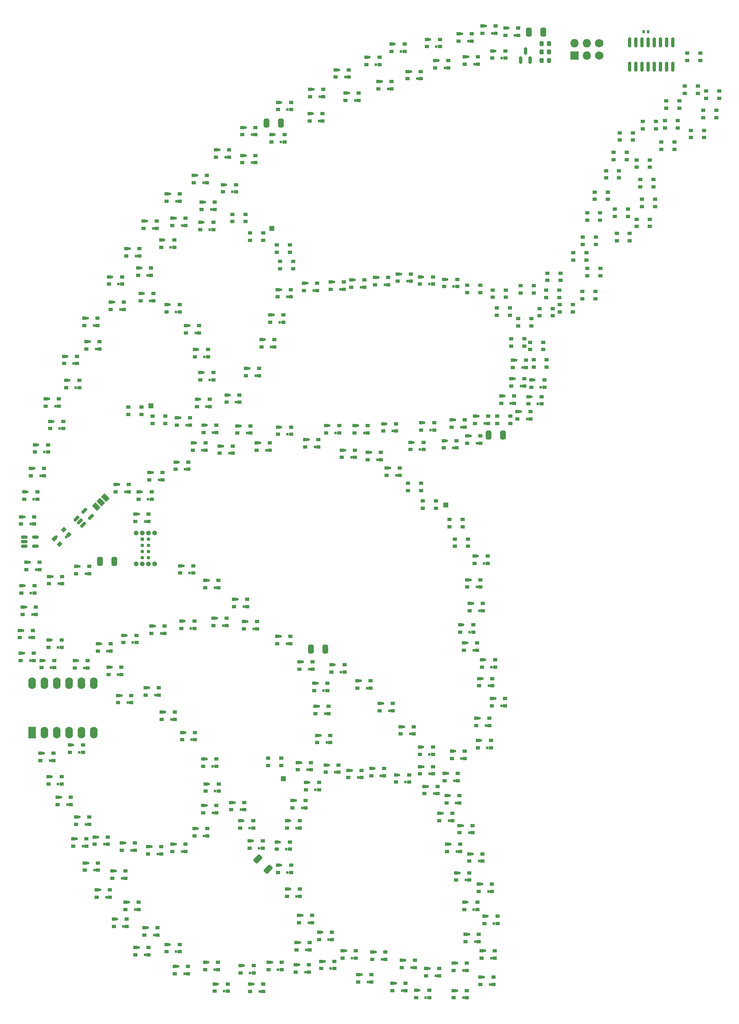
<source format=gbr>
%TF.GenerationSoftware,KiCad,Pcbnew,(6.99.0-3809-g2741d0eb4b)*%
%TF.CreationDate,2022-10-22T00:35:19-04:00*%
%TF.ProjectId,StarboardWing,53746172-626f-4617-9264-57696e672e6b,rev?*%
%TF.SameCoordinates,Original*%
%TF.FileFunction,Soldermask,Top*%
%TF.FilePolarity,Negative*%
%FSLAX46Y46*%
G04 Gerber Fmt 4.6, Leading zero omitted, Abs format (unit mm)*
G04 Created by KiCad (PCBNEW (6.99.0-3809-g2741d0eb4b)) date 2022-10-22 00:35:19*
%MOMM*%
%LPD*%
G01*
G04 APERTURE LIST*
G04 Aperture macros list*
%AMRoundRect*
0 Rectangle with rounded corners*
0 $1 Rounding radius*
0 $2 $3 $4 $5 $6 $7 $8 $9 X,Y pos of 4 corners*
0 Add a 4 corners polygon primitive as box body*
4,1,4,$2,$3,$4,$5,$6,$7,$8,$9,$2,$3,0*
0 Add four circle primitives for the rounded corners*
1,1,$1+$1,$2,$3*
1,1,$1+$1,$4,$5*
1,1,$1+$1,$6,$7*
1,1,$1+$1,$8,$9*
0 Add four rect primitives between the rounded corners*
20,1,$1+$1,$2,$3,$4,$5,0*
20,1,$1+$1,$4,$5,$6,$7,0*
20,1,$1+$1,$6,$7,$8,$9,0*
20,1,$1+$1,$8,$9,$2,$3,0*%
%AMRotRect*
0 Rectangle, with rotation*
0 The origin of the aperture is its center*
0 $1 length*
0 $2 width*
0 $3 Rotation angle, in degrees counterclockwise*
0 Add horizontal line*
21,1,$1,$2,0,0,$3*%
G04 Aperture macros list end*
%ADD10C,0.600000*%
%ADD11R,0.900000X0.750000*%
%ADD12R,1.000000X1.000000*%
%ADD13RoundRect,0.150000X-0.256326X-0.468458X0.468458X0.256326X0.256326X0.468458X-0.468458X-0.256326X0*%
%ADD14RoundRect,0.150000X-0.512500X-0.150000X0.512500X-0.150000X0.512500X0.150000X-0.512500X0.150000X0*%
%ADD15RoundRect,0.250000X0.325000X0.650000X-0.325000X0.650000X-0.325000X-0.650000X0.325000X-0.650000X0*%
%ADD16RotRect,1.000000X1.500000X45.000000*%
%ADD17RotRect,0.900000X0.750000X45.000000*%
%ADD18RoundRect,0.250000X-0.325000X-0.650000X0.325000X-0.650000X0.325000X0.650000X-0.325000X0.650000X0*%
%ADD19RoundRect,0.225000X0.225000X0.250000X-0.225000X0.250000X-0.225000X-0.250000X0.225000X-0.250000X0*%
%ADD20RoundRect,0.150000X0.150000X-0.587500X0.150000X0.587500X-0.150000X0.587500X-0.150000X-0.587500X0*%
%ADD21O,1.000000X1.000000*%
%ADD22R,0.750000X0.750000*%
%ADD23O,0.750000X0.750000*%
%ADD24O,1.727200X1.727200*%
%ADD25R,1.727200X1.727200*%
%ADD26C,1.727200*%
%ADD27RoundRect,0.250000X0.689429X0.229810X0.229810X0.689429X-0.689429X-0.229810X-0.229810X-0.689429X0*%
%ADD28R,1.600000X2.400000*%
%ADD29O,1.600000X2.400000*%
%ADD30RoundRect,0.140000X-0.140000X-0.170000X0.140000X-0.170000X0.140000X0.170000X-0.140000X0.170000X0*%
%ADD31RoundRect,0.150000X-0.150000X0.850000X-0.150000X-0.850000X0.150000X-0.850000X0.150000X0.850000X0*%
G04 APERTURE END LIST*
D10*
%TO.C,D136*%
X204750000Y-83450000D03*
D11*
X205449999Y-83449999D03*
X205449999Y-81949999D03*
X202749999Y-81949999D03*
D10*
X203400000Y-81950000D03*
D11*
X202749999Y-83449999D03*
%TD*%
D10*
%TO.C,D150*%
X181950000Y-75750000D03*
D11*
X182649999Y-75749999D03*
X182649999Y-74249999D03*
X179949999Y-74249999D03*
D10*
X180600000Y-74250000D03*
D11*
X179949999Y-75749999D03*
%TD*%
D10*
%TO.C,D23*%
X184008893Y-165576393D03*
D11*
X184708892Y-165576392D03*
X184708892Y-164076392D03*
X182008892Y-164076392D03*
D10*
X182658893Y-164076393D03*
D11*
X182008892Y-165576392D03*
%TD*%
D10*
%TO.C,D9*%
X188450000Y-129950000D03*
D11*
X189149999Y-129949999D03*
X189149999Y-128449999D03*
X186449999Y-128449999D03*
D10*
X187100000Y-128450000D03*
D11*
X186449999Y-129949999D03*
%TD*%
D10*
%TO.C,D134*%
X216508893Y-120776393D03*
D11*
X217208892Y-120776392D03*
X217208892Y-119276392D03*
X214508892Y-119276392D03*
D10*
X215158893Y-119276393D03*
D11*
X214508892Y-120776392D03*
%TD*%
D10*
%TO.C,D81*%
X225550000Y-175450000D03*
D11*
X226249999Y-175449999D03*
X226249999Y-173949999D03*
X223549999Y-173949999D03*
D10*
X224200000Y-173950000D03*
D11*
X223549999Y-175449999D03*
%TD*%
D10*
%TO.C,D7*%
X176850000Y-133350000D03*
D11*
X177549999Y-133349999D03*
X177549999Y-131849999D03*
X174849999Y-131849999D03*
D10*
X175500000Y-131850000D03*
D11*
X174849999Y-133349999D03*
%TD*%
%TO.C,D193*%
X311299999Y-24299999D03*
X311299999Y-22799999D03*
X308599999Y-22799999D03*
X308599999Y-24299999D03*
%TD*%
D10*
%TO.C,D158*%
X196750000Y-52650000D03*
D11*
X197449999Y-52649999D03*
X197449999Y-51149999D03*
X194749999Y-51149999D03*
D10*
X195400000Y-51150000D03*
D11*
X194749999Y-52649999D03*
%TD*%
%TO.C,D114*%
X261549999Y-104349999D03*
X261549999Y-102849999D03*
X258849999Y-102849999D03*
X258849999Y-104349999D03*
%TD*%
D10*
%TO.C,D36*%
X202608893Y-191776393D03*
D11*
X203308892Y-191776392D03*
X203308892Y-190276392D03*
X200608892Y-190276392D03*
D10*
X201258893Y-190276393D03*
D11*
X200608892Y-191776392D03*
%TD*%
%TO.C,D218*%
X271349999Y-60849999D03*
X271349999Y-59349999D03*
X268649999Y-59349999D03*
X268649999Y-60849999D03*
%TD*%
D10*
%TO.C,D248*%
X271508893Y-78976393D03*
D11*
X272208892Y-78976392D03*
X272208892Y-77476392D03*
X269508892Y-77476392D03*
D10*
X270158893Y-77476393D03*
D11*
X269508892Y-78976392D03*
%TD*%
D12*
%TO.C,J2*%
X258099999Y-99899999D03*
%TD*%
D10*
%TO.C,D55*%
X261750000Y-195650000D03*
D11*
X262449999Y-195649999D03*
X262449999Y-194149999D03*
X259749999Y-194149999D03*
D10*
X260400000Y-194150000D03*
D11*
X259749999Y-195649999D03*
%TD*%
D10*
%TO.C,D141*%
X209550000Y-74150000D03*
D11*
X210249999Y-74149999D03*
X210249999Y-72649999D03*
X207549999Y-72649999D03*
D10*
X208200000Y-72650000D03*
D11*
X207549999Y-74149999D03*
%TD*%
D10*
%TO.C,D222*%
X254750000Y-54450000D03*
D11*
X255449999Y-54449999D03*
X255449999Y-52949999D03*
X252749999Y-52949999D03*
D10*
X253400000Y-52950000D03*
D11*
X252749999Y-54449999D03*
%TD*%
D10*
%TO.C,D146*%
X191150000Y-59650000D03*
D11*
X191849999Y-59649999D03*
X191849999Y-58149999D03*
X189149999Y-58149999D03*
D10*
X189800000Y-58150000D03*
D11*
X189149999Y-59649999D03*
%TD*%
D10*
%TO.C,D186*%
X269650000Y-7950000D03*
D11*
X270349999Y-7949999D03*
X270349999Y-6449999D03*
X267649999Y-6449999D03*
D10*
X268300000Y-6450000D03*
D11*
X267649999Y-7949999D03*
%TD*%
D10*
%TO.C,D164*%
X209850000Y-39050000D03*
D11*
X210549999Y-39049999D03*
X210549999Y-37549999D03*
X207849999Y-37549999D03*
D10*
X208500000Y-37550000D03*
D11*
X207849999Y-39049999D03*
%TD*%
D10*
%TO.C,D64*%
X260408893Y-171176393D03*
D11*
X261108892Y-171176392D03*
X261108892Y-169676392D03*
X258408892Y-169676392D03*
D10*
X259058893Y-169676393D03*
D11*
X258408892Y-171176392D03*
%TD*%
D13*
%TO.C,U4*%
X182123915Y-102632583D03*
X182795666Y-103304334D03*
X183467417Y-103976085D03*
X185076085Y-102367417D03*
X183732583Y-101023915D03*
%TD*%
D11*
%TO.C,D206*%
X300099999Y-42599999D03*
X300099999Y-41099999D03*
X297399999Y-41099999D03*
X297399999Y-42599999D03*
%TD*%
D10*
%TO.C,D15*%
X210150000Y-153650000D03*
D11*
X210849999Y-153649999D03*
X210849999Y-152149999D03*
X208149999Y-152149999D03*
D10*
X208800000Y-152150000D03*
D11*
X208149999Y-153649999D03*
%TD*%
D10*
%TO.C,D31*%
X188250000Y-180550000D03*
D11*
X188949999Y-180549999D03*
X188949999Y-179049999D03*
X186249999Y-179049999D03*
D10*
X186900000Y-179050000D03*
D11*
X186249999Y-180549999D03*
%TD*%
D10*
%TO.C,D167*%
X214208893Y-35476393D03*
D11*
X214908892Y-35476392D03*
X214908892Y-33976392D03*
X212208892Y-33976392D03*
D10*
X212858893Y-33976393D03*
D11*
X212208892Y-35476392D03*
%TD*%
%TO.C,D210*%
X289908892Y-52676392D03*
X289908892Y-51176392D03*
X287208892Y-51176392D03*
X287208892Y-52676392D03*
%TD*%
D10*
%TO.C,D50*%
X249150000Y-199750000D03*
D11*
X249849999Y-199749999D03*
X249849999Y-198249999D03*
X247149999Y-198249999D03*
D10*
X247800000Y-198250000D03*
D11*
X247149999Y-199749999D03*
%TD*%
D10*
%TO.C,D58*%
X264208893Y-189676393D03*
D11*
X264908892Y-189676392D03*
X264908892Y-188176392D03*
X262208892Y-188176392D03*
D10*
X262858893Y-188176393D03*
D11*
X262208892Y-189676392D03*
%TD*%
D10*
%TO.C,D51*%
X251050000Y-195050000D03*
D11*
X251749999Y-195049999D03*
X251749999Y-193549999D03*
X249049999Y-193549999D03*
D10*
X249700000Y-193550000D03*
D11*
X249049999Y-195049999D03*
%TD*%
D10*
%TO.C,D67*%
X260250000Y-161150000D03*
D11*
X260949999Y-161149999D03*
X260949999Y-159649999D03*
X258249999Y-159649999D03*
D10*
X258900000Y-159650000D03*
D11*
X258249999Y-161149999D03*
%TD*%
D10*
%TO.C,D71*%
X249850000Y-156900000D03*
D11*
X250549999Y-156899999D03*
X250549999Y-155399999D03*
X247849999Y-155399999D03*
D10*
X248500000Y-155400000D03*
D11*
X247849999Y-156899999D03*
%TD*%
D14*
%TO.C,U3*%
X171362500Y-106450000D03*
X171362500Y-107400000D03*
X171362500Y-108350000D03*
X173637500Y-108350000D03*
X173637500Y-106450000D03*
%TD*%
D10*
%TO.C,D165*%
X202650000Y-37400000D03*
D11*
X203349999Y-37399999D03*
X203349999Y-35899999D03*
X200649999Y-35899999D03*
D10*
X201300000Y-35900000D03*
D11*
X200649999Y-37399999D03*
%TD*%
D10*
%TO.C,D84*%
X219700000Y-170500000D03*
D11*
X220399999Y-170499999D03*
X220399999Y-168999999D03*
X217699999Y-168999999D03*
D10*
X218350000Y-169000000D03*
D11*
X217699999Y-170499999D03*
%TD*%
D10*
%TO.C,D101*%
X254750000Y-151150000D03*
D11*
X255449999Y-151149999D03*
X255449999Y-149649999D03*
X252749999Y-149649999D03*
D10*
X253400000Y-149650000D03*
D11*
X252749999Y-151149999D03*
%TD*%
D15*
%TO.C,C2*%
X189875000Y-111500000D03*
X186925000Y-111500000D03*
%TD*%
D10*
%TO.C,D52*%
X254000000Y-201200000D03*
D11*
X254699999Y-201199999D03*
X254699999Y-199699999D03*
X251999999Y-199699999D03*
D10*
X252650000Y-199700000D03*
D11*
X251999999Y-201199999D03*
%TD*%
D10*
%TO.C,D46*%
X234450000Y-195250000D03*
D11*
X235149999Y-195249999D03*
X235149999Y-193749999D03*
X232449999Y-193749999D03*
D10*
X233100000Y-193750000D03*
D11*
X232449999Y-195249999D03*
%TD*%
D10*
%TO.C,D180*%
X252250000Y-12200000D03*
D11*
X252949999Y-12199999D03*
X252949999Y-10699999D03*
X250249999Y-10699999D03*
D10*
X250900000Y-10700000D03*
D11*
X250249999Y-12199999D03*
%TD*%
D10*
%TO.C,D247*%
X266150000Y-83076393D03*
D11*
X266849999Y-83076392D03*
X266849999Y-81576392D03*
X264149999Y-81576392D03*
D10*
X264800000Y-81576393D03*
D11*
X264149999Y-83076392D03*
%TD*%
D10*
%TO.C,D100*%
X250808893Y-146976393D03*
D11*
X251508892Y-146976392D03*
X251508892Y-145476392D03*
X248808892Y-145476392D03*
D10*
X249458893Y-145476393D03*
D11*
X248808892Y-146976392D03*
%TD*%
D10*
%TO.C,D60*%
X263908893Y-183076393D03*
D11*
X264608892Y-183076392D03*
X264608892Y-181576392D03*
X261908892Y-181576392D03*
D10*
X262558893Y-181576393D03*
D11*
X261908892Y-183076392D03*
%TD*%
D10*
%TO.C,D12*%
X198300000Y-139000000D03*
D11*
X198999999Y-138999999D03*
X198999999Y-137499999D03*
X196299999Y-137499999D03*
D10*
X196950000Y-137500000D03*
D11*
X196299999Y-138999999D03*
%TD*%
D10*
%TO.C,D109*%
X263050000Y-126050000D03*
D11*
X263749999Y-126049999D03*
X263749999Y-124549999D03*
X261049999Y-124549999D03*
D10*
X261700000Y-124550000D03*
D11*
X261049999Y-126049999D03*
%TD*%
D10*
%TO.C,D223*%
X250250000Y-53850000D03*
D11*
X250949999Y-53849999D03*
X250949999Y-52349999D03*
X248249999Y-52349999D03*
D10*
X248900000Y-52350000D03*
D11*
X248249999Y-53849999D03*
%TD*%
D10*
%TO.C,D221*%
X259750000Y-54950000D03*
D11*
X260449999Y-54949999D03*
X260449999Y-53449999D03*
X257749999Y-53449999D03*
D10*
X258400000Y-53450000D03*
D11*
X257749999Y-54949999D03*
%TD*%
%TO.C,D189*%
X310499999Y-8399999D03*
X310499999Y-6899999D03*
X307799999Y-6899999D03*
X307799999Y-8399999D03*
%TD*%
D10*
%TO.C,D94*%
X233008893Y-138076393D03*
D11*
X233708892Y-138076392D03*
X233708892Y-136576392D03*
X231008892Y-136576392D03*
D10*
X231658893Y-136576393D03*
D11*
X231008892Y-138076392D03*
%TD*%
D10*
%TO.C,D57*%
X267508893Y-193076393D03*
D11*
X268208892Y-193076392D03*
X268208892Y-191576392D03*
X265508892Y-191576392D03*
D10*
X266158893Y-191576393D03*
D11*
X265508892Y-193076392D03*
%TD*%
D10*
%TO.C,D156*%
X172650000Y-103800000D03*
D11*
X173349999Y-103799999D03*
X173349999Y-102299999D03*
X170649999Y-102299999D03*
D10*
X171300000Y-102300000D03*
D11*
X170649999Y-103799999D03*
%TD*%
D10*
%TO.C,D11*%
X192650000Y-140550000D03*
D11*
X193349999Y-140549999D03*
X193349999Y-139049999D03*
X190649999Y-139049999D03*
D10*
X191300000Y-139050000D03*
D11*
X190649999Y-140549999D03*
%TD*%
D10*
%TO.C,D62*%
X262250000Y-177050000D03*
D11*
X262949999Y-177049999D03*
X262949999Y-175549999D03*
X260249999Y-175549999D03*
D10*
X260900000Y-175550000D03*
D11*
X260249999Y-177049999D03*
%TD*%
%TO.C,D216*%
X280108892Y-60949999D03*
X280108892Y-59449999D03*
X277408892Y-59449999D03*
X277408892Y-60949999D03*
%TD*%
%TO.C,D229*%
X226049999Y-47849999D03*
X226049999Y-46349999D03*
X223349999Y-46349999D03*
X223349999Y-47849999D03*
%TD*%
%TO.C,D191*%
X314408892Y-16199999D03*
X314408892Y-14699999D03*
X311708892Y-14699999D03*
X311708892Y-16199999D03*
%TD*%
%TO.C,D215*%
X276249999Y-56249999D03*
X276249999Y-54749999D03*
X273549999Y-54749999D03*
X273549999Y-56249999D03*
%TD*%
D10*
%TO.C,D106*%
X267008893Y-137076393D03*
D11*
X267708892Y-137076392D03*
X267708892Y-135576392D03*
X265008892Y-135576392D03*
D10*
X265658893Y-135576393D03*
D11*
X265008892Y-137076392D03*
%TD*%
D10*
%TO.C,D122*%
X213550000Y-89250000D03*
D11*
X214249999Y-89249999D03*
X214249999Y-87749999D03*
X211549999Y-87749999D03*
D10*
X212200000Y-87750000D03*
D11*
X211549999Y-89249999D03*
%TD*%
D10*
%TO.C,D184*%
X262750000Y-4450000D03*
D11*
X263449999Y-4449999D03*
X263449999Y-2949999D03*
X260749999Y-2949999D03*
D10*
X261400000Y-2950000D03*
D11*
X260749999Y-4449999D03*
%TD*%
D10*
%TO.C,D172*%
X225550000Y-18550000D03*
D11*
X226249999Y-18549999D03*
X226249999Y-17049999D03*
X223549999Y-17049999D03*
D10*
X224200000Y-17050000D03*
D11*
X223549999Y-18549999D03*
%TD*%
%TO.C,D231*%
X216908892Y-41576392D03*
X216908892Y-40076392D03*
X214208892Y-40076392D03*
X214208892Y-41576392D03*
%TD*%
D10*
%TO.C,D22*%
X187808893Y-169676393D03*
D11*
X188508892Y-169676392D03*
X188508892Y-168176392D03*
X185808892Y-168176392D03*
D10*
X186458893Y-168176393D03*
D11*
X185808892Y-169676392D03*
%TD*%
D16*
%TO.C,JP1*%
X186180760Y-100219238D03*
X187099999Y-99299999D03*
X188019238Y-98380760D03*
%TD*%
D10*
%TO.C,D155*%
X173308893Y-98676393D03*
D11*
X174008892Y-98676392D03*
X174008892Y-97176392D03*
X171308892Y-97176392D03*
D10*
X171958893Y-97176393D03*
D11*
X171308892Y-98676392D03*
%TD*%
D10*
%TO.C,D129*%
X179989949Y-106470711D03*
D17*
X180484923Y-105975735D03*
X179424263Y-104915075D03*
X177515075Y-106824263D03*
D10*
X177974695Y-106364645D03*
D17*
X178575735Y-107884923D03*
%TD*%
D10*
%TO.C,D32*%
X194200000Y-183100000D03*
D11*
X194899999Y-183099999D03*
X194899999Y-181599999D03*
X192199999Y-181599999D03*
D10*
X192850000Y-181600000D03*
D11*
X192199999Y-183099999D03*
%TD*%
D10*
%TO.C,D79*%
X227400000Y-166300000D03*
D11*
X228099999Y-166299999D03*
X228099999Y-164799999D03*
X225399999Y-164799999D03*
D10*
X226050000Y-164800000D03*
D11*
X225399999Y-166299999D03*
%TD*%
D10*
%TO.C,D144*%
X202608893Y-60176393D03*
D11*
X203308892Y-60176392D03*
X203308892Y-58676392D03*
X200608892Y-58676392D03*
D10*
X201258893Y-58676393D03*
D11*
X200608892Y-60176392D03*
%TD*%
D10*
%TO.C,D34*%
X198050000Y-188350000D03*
D11*
X198749999Y-188349999D03*
X198749999Y-186849999D03*
X196049999Y-186849999D03*
D10*
X196700000Y-186850000D03*
D11*
X196049999Y-188349999D03*
%TD*%
D10*
%TO.C,D29*%
X185800000Y-175000000D03*
D11*
X186499999Y-174999999D03*
X186499999Y-173499999D03*
X183799999Y-173499999D03*
D10*
X184450000Y-173500000D03*
D11*
X183799999Y-174999999D03*
%TD*%
%TO.C,D113*%
X262649999Y-108376392D03*
X262649999Y-106876392D03*
X259949999Y-106876392D03*
X259949999Y-108376392D03*
%TD*%
D10*
%TO.C,D47*%
X238850000Y-193100000D03*
D11*
X239549999Y-193099999D03*
X239549999Y-191599999D03*
X236849999Y-191599999D03*
D10*
X237500000Y-191600000D03*
D11*
X236849999Y-193099999D03*
%TD*%
%TO.C,D213*%
X281508892Y-57176392D03*
X281508892Y-55676392D03*
X278808892Y-55676392D03*
X278808892Y-57176392D03*
%TD*%
D10*
%TO.C,D85*%
X217750000Y-166350000D03*
D11*
X218449999Y-166349999D03*
X218449999Y-164849999D03*
X215749999Y-164849999D03*
D10*
X216400000Y-164850000D03*
D11*
X215749999Y-166349999D03*
%TD*%
D10*
%TO.C,D8*%
X183708893Y-133376393D03*
D11*
X184408892Y-133376392D03*
X184408892Y-131876392D03*
X181708892Y-131876392D03*
D10*
X182358893Y-131876393D03*
D11*
X181708892Y-133376392D03*
%TD*%
%TO.C,D219*%
X270449999Y-57149999D03*
X270449999Y-55649999D03*
X267749999Y-55649999D03*
X267749999Y-57149999D03*
%TD*%
%TO.C,D194*%
X305899999Y-22299999D03*
X305899999Y-20799999D03*
X303199999Y-20799999D03*
X303199999Y-22299999D03*
%TD*%
D10*
%TO.C,D107*%
X267550000Y-133250000D03*
D11*
X268249999Y-133249999D03*
X268249999Y-131749999D03*
X265549999Y-131749999D03*
D10*
X266200000Y-131750000D03*
D11*
X265549999Y-133249999D03*
%TD*%
D10*
%TO.C,D145*%
X197250000Y-57850000D03*
D11*
X197949999Y-57849999D03*
X197949999Y-56349999D03*
X195249999Y-56349999D03*
D10*
X195900000Y-56350000D03*
D11*
X195249999Y-57849999D03*
%TD*%
D10*
%TO.C,D18*%
X208350000Y-167950000D03*
D11*
X209049999Y-167949999D03*
X209049999Y-166449999D03*
X206349999Y-166449999D03*
D10*
X207000000Y-166450000D03*
D11*
X206349999Y-167949999D03*
%TD*%
D10*
%TO.C,D133*%
X210608893Y-116876393D03*
D11*
X211308892Y-116876392D03*
X211308892Y-115376392D03*
X208608892Y-115376392D03*
D10*
X209258893Y-115376393D03*
D11*
X208608892Y-116876392D03*
%TD*%
D10*
%TO.C,D120*%
X221208893Y-88576393D03*
D11*
X221908892Y-88576392D03*
X221908892Y-87076392D03*
X219208892Y-87076392D03*
D10*
X219858893Y-87076393D03*
D11*
X219208892Y-88576392D03*
%TD*%
D10*
%TO.C,D187*%
X272350000Y-3250000D03*
D11*
X273049999Y-3249999D03*
X273049999Y-1749999D03*
X270349999Y-1749999D03*
D10*
X271000000Y-1750000D03*
D11*
X270349999Y-3249999D03*
%TD*%
D10*
%TO.C,D41*%
X219850000Y-199950000D03*
D11*
X220549999Y-199949999D03*
X220549999Y-198449999D03*
X217849999Y-198449999D03*
D10*
X218500000Y-198450000D03*
D11*
X217849999Y-199949999D03*
%TD*%
%TO.C,D256*%
X274299999Y-67199999D03*
X274299999Y-65699999D03*
X271599999Y-65699999D03*
X271599999Y-67199999D03*
%TD*%
D10*
%TO.C,D35*%
X196208893Y-192376393D03*
D11*
X196908892Y-192376392D03*
X196908892Y-190876392D03*
X194208892Y-190876392D03*
D10*
X194858893Y-190876393D03*
D11*
X194208892Y-192376392D03*
%TD*%
%TO.C,D196*%
X305199999Y-26699999D03*
X305199999Y-25199999D03*
X302499999Y-25199999D03*
X302499999Y-26699999D03*
%TD*%
D10*
%TO.C,D227*%
X230908893Y-55776393D03*
D11*
X231608892Y-55776392D03*
X231608892Y-54276392D03*
X228908892Y-54276392D03*
D10*
X229558893Y-54276393D03*
D11*
X228908892Y-55776392D03*
%TD*%
D10*
%TO.C,D232*%
X225508893Y-57076393D03*
D11*
X226208892Y-57076392D03*
X226208892Y-55576392D03*
X223508892Y-55576392D03*
D10*
X224158893Y-55576393D03*
D11*
X223508892Y-57076392D03*
%TD*%
D10*
%TO.C,D89*%
X205650000Y-125250000D03*
D11*
X206349999Y-125249999D03*
X206349999Y-123749999D03*
X203649999Y-123749999D03*
D10*
X204300000Y-123750000D03*
D11*
X203649999Y-125249999D03*
%TD*%
%TO.C,D212*%
X281708892Y-53676392D03*
X281708892Y-52176392D03*
X279008892Y-52176392D03*
X279008892Y-53676392D03*
%TD*%
D10*
%TO.C,D131*%
X184000000Y-114000000D03*
D11*
X184699999Y-113999999D03*
X184699999Y-112499999D03*
X181999999Y-112499999D03*
D10*
X182650000Y-112500000D03*
D11*
X181999999Y-113999999D03*
%TD*%
D10*
%TO.C,D68*%
X255750000Y-159250000D03*
D11*
X256449999Y-159249999D03*
X256449999Y-157749999D03*
X253749999Y-157749999D03*
D10*
X254400000Y-157750000D03*
D11*
X253749999Y-159249999D03*
%TD*%
D10*
%TO.C,D56*%
X267250000Y-198500000D03*
D11*
X267949999Y-198499999D03*
X267949999Y-196999999D03*
X265249999Y-196999999D03*
D10*
X265900000Y-197000000D03*
D11*
X265249999Y-198499999D03*
%TD*%
D10*
%TO.C,D90*%
X212308893Y-124676393D03*
D11*
X213008892Y-124676392D03*
X213008892Y-123176392D03*
X210308892Y-123176392D03*
D10*
X210958893Y-123176393D03*
D11*
X210308892Y-124676392D03*
%TD*%
D10*
%TO.C,D250*%
X277108893Y-79076393D03*
D11*
X277808892Y-79076392D03*
X277808892Y-77576392D03*
X275108892Y-77576392D03*
D10*
X275758893Y-77576393D03*
D11*
X275108892Y-79076392D03*
%TD*%
D10*
%TO.C,D86*%
X215950000Y-162550000D03*
D11*
X216649999Y-162549999D03*
X216649999Y-161049999D03*
X213949999Y-161049999D03*
D10*
X214600000Y-161050000D03*
D11*
X213949999Y-162549999D03*
%TD*%
D18*
%TO.C,C44*%
X266925000Y-85500000D03*
X269875000Y-85500000D03*
%TD*%
D11*
%TO.C,D198*%
X295399999Y-28799999D03*
X295399999Y-27299999D03*
X292699999Y-27299999D03*
X292699999Y-28799999D03*
%TD*%
D19*
%TO.C,C3*%
X279375000Y-5000000D03*
X277825000Y-5000000D03*
%TD*%
D10*
%TO.C,D75*%
X231308893Y-158476393D03*
D11*
X232008892Y-158476392D03*
X232008892Y-156976392D03*
X229308892Y-156976392D03*
D10*
X229958893Y-156976393D03*
D11*
X229308892Y-158476392D03*
%TD*%
%TO.C,D246*%
X271408892Y-83076392D03*
X271408892Y-81576392D03*
X268708892Y-81576392D03*
X268708892Y-83076392D03*
%TD*%
D18*
%TO.C,C40*%
X275225000Y-2600000D03*
X278175000Y-2600000D03*
%TD*%
D10*
%TO.C,D13*%
X201650000Y-143950000D03*
D11*
X202349999Y-143949999D03*
X202349999Y-142449999D03*
X199649999Y-142449999D03*
D10*
X200300000Y-142450000D03*
D11*
X199649999Y-143949999D03*
%TD*%
D10*
%TO.C,D78*%
X228550000Y-162150000D03*
D11*
X229249999Y-162149999D03*
X229249999Y-160649999D03*
X226549999Y-160649999D03*
D10*
X227200000Y-160650000D03*
D11*
X226549999Y-162149999D03*
%TD*%
D10*
%TO.C,D3*%
X173008893Y-122376393D03*
D11*
X173708892Y-122376392D03*
X173708892Y-120876392D03*
X171008892Y-120876392D03*
D10*
X171658893Y-120876393D03*
D11*
X171008892Y-122376392D03*
%TD*%
D10*
%TO.C,D24*%
X180208893Y-161476393D03*
D11*
X180908892Y-161476392D03*
X180908892Y-159976392D03*
X178208892Y-159976392D03*
D10*
X178858893Y-159976393D03*
D11*
X178208892Y-161476392D03*
%TD*%
D10*
%TO.C,D98*%
X241950000Y-137550000D03*
D11*
X242649999Y-137549999D03*
X242649999Y-136049999D03*
X239949999Y-136049999D03*
D10*
X240600000Y-136050000D03*
D11*
X239949999Y-137549999D03*
%TD*%
D10*
%TO.C,D96*%
X233650000Y-148750000D03*
D11*
X234349999Y-148749999D03*
X234349999Y-147249999D03*
X231649999Y-147249999D03*
D10*
X232300000Y-147250000D03*
D11*
X231649999Y-148749999D03*
%TD*%
D10*
%TO.C,D49*%
X242100000Y-198000000D03*
D11*
X242799999Y-197999999D03*
X242799999Y-196499999D03*
X240099999Y-196499999D03*
D10*
X240750000Y-196500000D03*
D11*
X240099999Y-197999999D03*
%TD*%
D10*
%TO.C,D143*%
X206608893Y-64476393D03*
D11*
X207308892Y-64476392D03*
X207308892Y-62976392D03*
X204608892Y-62976392D03*
D10*
X205258893Y-62976393D03*
D11*
X204608892Y-64476392D03*
%TD*%
%TO.C,D138*%
X195449999Y-81249999D03*
X195449999Y-79749999D03*
X192749999Y-79749999D03*
X192749999Y-81249999D03*
%TD*%
D10*
%TO.C,D181*%
X256200000Y-5600000D03*
D11*
X256899999Y-5599999D03*
X256899999Y-4099999D03*
X254199999Y-4099999D03*
D10*
X254850000Y-4100000D03*
D11*
X254199999Y-5599999D03*
%TD*%
D10*
%TO.C,D178*%
X246250000Y-14250000D03*
D11*
X246949999Y-14249999D03*
X246949999Y-12749999D03*
X244249999Y-12749999D03*
D10*
X244900000Y-12750000D03*
D11*
X244249999Y-14249999D03*
%TD*%
%TO.C,D207*%
X295999999Y-45499999D03*
X295999999Y-43999999D03*
X293299999Y-43999999D03*
X293299999Y-45499999D03*
%TD*%
D10*
%TO.C,D14*%
X205808893Y-148176393D03*
D11*
X206508892Y-148176392D03*
X206508892Y-146676392D03*
X203808892Y-146676392D03*
D10*
X204458893Y-146676393D03*
D11*
X203808892Y-148176392D03*
%TD*%
D10*
%TO.C,D82*%
X227400000Y-180400000D03*
D11*
X228099999Y-180399999D03*
X228099999Y-178899999D03*
X225399999Y-178899999D03*
D10*
X226050000Y-178900000D03*
D11*
X225399999Y-180399999D03*
%TD*%
D10*
%TO.C,D175*%
X237450000Y-11850000D03*
D11*
X238149999Y-11849999D03*
X238149999Y-10349999D03*
X235449999Y-10349999D03*
D10*
X236100000Y-10350000D03*
D11*
X235449999Y-11849999D03*
%TD*%
D10*
%TO.C,D44*%
X229408893Y-191376393D03*
D11*
X230108892Y-191376392D03*
X230108892Y-189876392D03*
X227408892Y-189876392D03*
D10*
X228058893Y-189876393D03*
D11*
X227408892Y-191376392D03*
%TD*%
D10*
%TO.C,D226*%
X236408893Y-55476393D03*
D11*
X237108892Y-55476392D03*
X237108892Y-53976392D03*
X234408892Y-53976392D03*
D10*
X235058893Y-53976393D03*
D11*
X234408892Y-55476392D03*
%TD*%
%TO.C,D137*%
X200408892Y-83076392D03*
X200408892Y-81576392D03*
X197708892Y-81576392D03*
X197708892Y-83076392D03*
%TD*%
D10*
%TO.C,D21*%
X193408893Y-170876393D03*
D11*
X194108892Y-170876392D03*
X194108892Y-169376392D03*
X191408892Y-169376392D03*
D10*
X192058893Y-169376393D03*
D11*
X191408892Y-170876392D03*
%TD*%
D10*
%TO.C,D123*%
X210208893Y-84976393D03*
D11*
X210908892Y-84976392D03*
X210908892Y-83476392D03*
X208208892Y-83476392D03*
D10*
X208858893Y-83476393D03*
D11*
X208208892Y-84976392D03*
%TD*%
D10*
%TO.C,D53*%
X256050000Y-196750000D03*
D11*
X256749999Y-196749999D03*
X256749999Y-195249999D03*
X254049999Y-195249999D03*
D10*
X254700000Y-195250000D03*
D11*
X254049999Y-196749999D03*
%TD*%
%TO.C,D190*%
X306208892Y-18276392D03*
X306208892Y-16776392D03*
X303508892Y-16776392D03*
X303508892Y-18276392D03*
%TD*%
D10*
%TO.C,D40*%
X217850000Y-196150000D03*
D11*
X218549999Y-196149999D03*
X218549999Y-194649999D03*
X215849999Y-194649999D03*
D10*
X216500000Y-194650000D03*
D11*
X215849999Y-196149999D03*
%TD*%
D10*
%TO.C,D121*%
X217200000Y-85100000D03*
D11*
X217899999Y-85099999D03*
X217899999Y-83599999D03*
X215199999Y-83599999D03*
D10*
X215850000Y-83600000D03*
D11*
X215199999Y-85099999D03*
%TD*%
D10*
%TO.C,D33*%
X191750000Y-186550000D03*
D11*
X192449999Y-186549999D03*
X192449999Y-185049999D03*
X189749999Y-185049999D03*
D10*
X190400000Y-185050000D03*
D11*
X189749999Y-186549999D03*
%TD*%
D10*
%TO.C,D10*%
X190650000Y-134750000D03*
D11*
X191349999Y-134749999D03*
X191349999Y-133249999D03*
X188649999Y-133249999D03*
D10*
X189300000Y-133250000D03*
D11*
X188649999Y-134749999D03*
%TD*%
D10*
%TO.C,D153*%
X175508893Y-88976393D03*
D11*
X176208892Y-88976392D03*
X176208892Y-87476392D03*
X173508892Y-87476392D03*
D10*
X174158893Y-87476393D03*
D11*
X173508892Y-88976392D03*
%TD*%
D10*
%TO.C,D182*%
X257950000Y-9950000D03*
D11*
X258649999Y-9949999D03*
X258649999Y-8449999D03*
X255949999Y-8449999D03*
D10*
X256600000Y-8450000D03*
D11*
X255949999Y-9949999D03*
%TD*%
D10*
%TO.C,D54*%
X261750000Y-201250000D03*
D11*
X262449999Y-201249999D03*
X262449999Y-199749999D03*
X259749999Y-199749999D03*
D10*
X260400000Y-199750000D03*
D11*
X259749999Y-201249999D03*
%TD*%
D10*
%TO.C,D45*%
X234000000Y-189300000D03*
D11*
X234699999Y-189299999D03*
X234699999Y-187799999D03*
X231999999Y-187799999D03*
D10*
X232650000Y-187800000D03*
D11*
X231999999Y-189299999D03*
%TD*%
%TO.C,D197*%
X296599999Y-24799999D03*
X296599999Y-23299999D03*
X293899999Y-23299999D03*
X293899999Y-24799999D03*
%TD*%
D10*
%TO.C,D2*%
X173750000Y-113150000D03*
D11*
X174449999Y-113149999D03*
X174449999Y-111649999D03*
X171749999Y-111649999D03*
D10*
X172400000Y-111650000D03*
D11*
X171749999Y-113149999D03*
%TD*%
D10*
%TO.C,D88*%
X199508893Y-126276393D03*
D11*
X200208892Y-126276392D03*
X200208892Y-124776392D03*
X197508892Y-124776392D03*
D10*
X198158893Y-124776393D03*
D11*
X197508892Y-126276392D03*
%TD*%
D10*
%TO.C,D162*%
X203850000Y-42350000D03*
D11*
X204549999Y-42349999D03*
X204549999Y-40849999D03*
X201849999Y-40849999D03*
D10*
X202500000Y-40850000D03*
D11*
X201849999Y-42349999D03*
%TD*%
D20*
%TO.C,U1*%
X273550000Y-8337500D03*
X275450000Y-8337500D03*
X274500000Y-6462500D03*
%TD*%
D10*
%TO.C,D176*%
X239450000Y-16650000D03*
D11*
X240149999Y-16649999D03*
X240149999Y-15149999D03*
X237449999Y-15149999D03*
D10*
X238100000Y-15150000D03*
D11*
X237449999Y-16649999D03*
%TD*%
D10*
%TO.C,D72*%
X244750000Y-155550000D03*
D11*
X245449999Y-155549999D03*
X245449999Y-154049999D03*
X242749999Y-154049999D03*
D10*
X243400000Y-154050000D03*
D11*
X242749999Y-155549999D03*
%TD*%
D10*
%TO.C,D108*%
X263850000Y-129750000D03*
D11*
X264549999Y-129749999D03*
X264549999Y-128249999D03*
X261849999Y-128249999D03*
D10*
X262500000Y-128250000D03*
D11*
X261849999Y-129749999D03*
%TD*%
D10*
%TO.C,D103*%
X266700000Y-149800000D03*
D11*
X267399999Y-149799999D03*
X267399999Y-148299999D03*
X264699999Y-148299999D03*
D10*
X265350000Y-148300000D03*
D11*
X264699999Y-149799999D03*
%TD*%
D10*
%TO.C,D63*%
X264950000Y-173150000D03*
D11*
X265649999Y-173149999D03*
X265649999Y-171649999D03*
X262949999Y-171649999D03*
D10*
X263600000Y-171650000D03*
D11*
X262949999Y-173149999D03*
%TD*%
D10*
%TO.C,D95*%
X233300000Y-142800000D03*
D11*
X233999999Y-142799999D03*
X233999999Y-141299999D03*
X231299999Y-141299999D03*
D10*
X231950000Y-141300000D03*
D11*
X231299999Y-142799999D03*
%TD*%
D10*
%TO.C,D170*%
X218200000Y-23700000D03*
D11*
X218899999Y-23699999D03*
X218899999Y-22199999D03*
X216199999Y-22199999D03*
D10*
X216850000Y-22200000D03*
D11*
X216199999Y-23699999D03*
%TD*%
D10*
%TO.C,D132*%
X205408893Y-113876393D03*
D11*
X206108892Y-113876392D03*
X206108892Y-112376392D03*
X203408892Y-112376392D03*
D10*
X204058893Y-112376393D03*
D11*
X203408892Y-113876392D03*
%TD*%
D10*
%TO.C,D30*%
X191450000Y-176650000D03*
D11*
X192149999Y-176649999D03*
X192149999Y-175149999D03*
X189449999Y-175149999D03*
D10*
X190100000Y-175150000D03*
D11*
X189449999Y-176649999D03*
%TD*%
D10*
%TO.C,D16*%
X210650000Y-158750000D03*
D11*
X211349999Y-158749999D03*
X211349999Y-157249999D03*
X208649999Y-157249999D03*
D10*
X209300000Y-157250000D03*
D11*
X208649999Y-158749999D03*
%TD*%
D10*
%TO.C,D19*%
X203850000Y-171150000D03*
D11*
X204549999Y-171149999D03*
X204549999Y-169649999D03*
X201849999Y-169649999D03*
D10*
X202500000Y-169650000D03*
D11*
X201849999Y-171149999D03*
%TD*%
D10*
%TO.C,D239*%
X244050000Y-90550000D03*
D11*
X244749999Y-90549999D03*
X244749999Y-89049999D03*
X242049999Y-89049999D03*
D10*
X242700000Y-89050000D03*
D11*
X242049999Y-90549999D03*
%TD*%
D19*
%TO.C,C42*%
X279375000Y-8400000D03*
X277825000Y-8400000D03*
%TD*%
D10*
%TO.C,D105*%
X269608893Y-141176393D03*
D11*
X270308892Y-141176392D03*
X270308892Y-139676392D03*
X267608892Y-139676392D03*
D10*
X268258893Y-139676393D03*
D11*
X267608892Y-141176392D03*
%TD*%
D10*
%TO.C,D111*%
X264550000Y-116750000D03*
D11*
X265249999Y-116749999D03*
X265249999Y-115249999D03*
X262549999Y-115249999D03*
D10*
X263200000Y-115250000D03*
D11*
X262549999Y-116749999D03*
%TD*%
D10*
%TO.C,D149*%
X181508893Y-70776393D03*
D11*
X182208892Y-70776392D03*
X182208892Y-69276392D03*
X179508892Y-69276392D03*
D10*
X180158893Y-69276393D03*
D11*
X179508892Y-70776392D03*
%TD*%
D10*
%TO.C,D174*%
X232200000Y-15900000D03*
D11*
X232899999Y-15899999D03*
X232899999Y-14399999D03*
X230199999Y-14399999D03*
D10*
X230850000Y-14400000D03*
D11*
X230199999Y-15899999D03*
%TD*%
D19*
%TO.C,C43*%
X279375000Y-6700000D03*
X277825000Y-6700000D03*
%TD*%
D10*
%TO.C,D28*%
X183408893Y-170076393D03*
D11*
X184108892Y-170076392D03*
X184108892Y-168576392D03*
X181408892Y-168576392D03*
D10*
X182058893Y-168576393D03*
D11*
X181408892Y-170076392D03*
%TD*%
D10*
%TO.C,D42*%
X223608893Y-195476393D03*
D11*
X224308892Y-195476392D03*
X224308892Y-193976392D03*
X221608892Y-193976392D03*
D10*
X222258893Y-193976393D03*
D11*
X221608892Y-195476392D03*
%TD*%
D10*
%TO.C,D38*%
X210550000Y-195450000D03*
D11*
X211249999Y-195449999D03*
X211249999Y-193949999D03*
X208549999Y-193949999D03*
D10*
X209200000Y-193950000D03*
D11*
X208549999Y-195449999D03*
%TD*%
D18*
%TO.C,C39*%
X221225000Y-21300000D03*
X224175000Y-21300000D03*
%TD*%
D10*
%TO.C,D48*%
X244950000Y-193350000D03*
D11*
X245649999Y-193349999D03*
X245649999Y-191849999D03*
X242949999Y-191849999D03*
D10*
X243600000Y-191850000D03*
D11*
X242949999Y-193349999D03*
%TD*%
%TO.C,D220*%
X265249999Y-56149999D03*
X265249999Y-54649999D03*
X262549999Y-54649999D03*
X262549999Y-56149999D03*
%TD*%
D10*
%TO.C,D104*%
X266408893Y-145276393D03*
D11*
X267108892Y-145276392D03*
X267108892Y-143776392D03*
X264408892Y-143776392D03*
D10*
X265058893Y-143776393D03*
D11*
X264408892Y-145276392D03*
%TD*%
%TO.C,D115*%
X256049999Y-100549999D03*
X256049999Y-99049999D03*
X253349999Y-99049999D03*
X253349999Y-100549999D03*
%TD*%
%TO.C,D214*%
X284249999Y-60149999D03*
X284249999Y-58649999D03*
X281549999Y-58649999D03*
X281549999Y-60149999D03*
%TD*%
D10*
%TO.C,D87*%
X193708893Y-128176393D03*
D11*
X194408892Y-128176392D03*
X194408892Y-126676392D03*
X191708892Y-126676392D03*
D10*
X192358893Y-126676393D03*
D11*
X191708892Y-128176392D03*
%TD*%
D10*
%TO.C,D93*%
X230008893Y-133676393D03*
D11*
X230708892Y-133676392D03*
X230708892Y-132176392D03*
X228008892Y-132176392D03*
D10*
X228658893Y-132176393D03*
D11*
X228008892Y-133676392D03*
%TD*%
D10*
%TO.C,D154*%
X174708893Y-93876393D03*
D11*
X175408892Y-93876392D03*
X175408892Y-92376392D03*
X172708892Y-92376392D03*
D10*
X173358893Y-92376393D03*
D11*
X172708892Y-93876392D03*
%TD*%
D10*
%TO.C,D252*%
X273608893Y-75376393D03*
D11*
X274308892Y-75376392D03*
X274308892Y-73876392D03*
X271608892Y-73876392D03*
D10*
X272258893Y-73876393D03*
D11*
X271608892Y-75376392D03*
%TD*%
D10*
%TO.C,D147*%
X185708893Y-62976393D03*
D11*
X186408892Y-62976392D03*
X186408892Y-61476392D03*
X183708892Y-61476392D03*
D10*
X184358893Y-61476393D03*
D11*
X183708892Y-62976392D03*
%TD*%
D10*
%TO.C,D69*%
X259900000Y-156600000D03*
D11*
X260599999Y-156599999D03*
X260599999Y-155099999D03*
X257899999Y-155099999D03*
D10*
X258550000Y-155100000D03*
D11*
X257899999Y-156599999D03*
%TD*%
D10*
%TO.C,D39*%
X212500000Y-199900000D03*
D11*
X213199999Y-199899999D03*
X213199999Y-198399999D03*
X210499999Y-198399999D03*
D10*
X211150000Y-198400000D03*
D11*
X210499999Y-199899999D03*
%TD*%
%TO.C,D255*%
X278199999Y-67899999D03*
X278199999Y-66399999D03*
X275499999Y-66399999D03*
X275499999Y-67899999D03*
%TD*%
D10*
%TO.C,D238*%
X241350000Y-85050000D03*
D11*
X242049999Y-85049999D03*
X242049999Y-83549999D03*
X239349999Y-83549999D03*
D10*
X240000000Y-83550000D03*
D11*
X239349999Y-85049999D03*
%TD*%
D12*
%TO.C,J10*%
X224699999Y-156199999D03*
%TD*%
D10*
%TO.C,D117*%
X247950000Y-93750000D03*
D11*
X248649999Y-93749999D03*
X248649999Y-92249999D03*
X245949999Y-92249999D03*
D10*
X246600000Y-92250000D03*
D11*
X245949999Y-93749999D03*
%TD*%
D10*
%TO.C,D243*%
X259650000Y-88150000D03*
D11*
X260349999Y-88149999D03*
X260349999Y-86649999D03*
X257649999Y-86649999D03*
D10*
X258300000Y-86650000D03*
D11*
X257649999Y-88149999D03*
%TD*%
D10*
%TO.C,D91*%
X218550000Y-125350000D03*
D11*
X219249999Y-125349999D03*
X219249999Y-123849999D03*
X216549999Y-123849999D03*
D10*
X217200000Y-123850000D03*
D11*
X216549999Y-125349999D03*
%TD*%
D10*
%TO.C,D148*%
X186150000Y-67750000D03*
D11*
X186849999Y-67749999D03*
X186849999Y-66249999D03*
X184149999Y-66249999D03*
D10*
X184800000Y-66250000D03*
D11*
X184149999Y-67749999D03*
%TD*%
D10*
%TO.C,D17*%
X210200000Y-163200000D03*
D11*
X210899999Y-163199999D03*
X210899999Y-161699999D03*
X208199999Y-161699999D03*
D10*
X208850000Y-161700000D03*
D11*
X208199999Y-163199999D03*
%TD*%
%TO.C,D205*%
X295599999Y-40499999D03*
X295599999Y-38999999D03*
X292899999Y-38999999D03*
X292899999Y-40499999D03*
%TD*%
D10*
%TO.C,D25*%
X178308893Y-157276393D03*
D11*
X179008892Y-157276392D03*
X179008892Y-155776392D03*
X176308892Y-155776392D03*
D10*
X176958893Y-155776393D03*
D11*
X176308892Y-157276392D03*
%TD*%
%TO.C,D204*%
X289899999Y-41299999D03*
X289899999Y-39799999D03*
X287199999Y-39799999D03*
X287199999Y-41299999D03*
%TD*%
D10*
%TO.C,D185*%
X267650000Y-2850000D03*
D11*
X268349999Y-2849999D03*
X268349999Y-1349999D03*
X265649999Y-1349999D03*
D10*
X266300000Y-1350000D03*
D11*
X265649999Y-2849999D03*
%TD*%
D10*
%TO.C,D92*%
X225400000Y-128400000D03*
D11*
X226099999Y-128399999D03*
X226099999Y-126899999D03*
X223399999Y-126899999D03*
D10*
X224050000Y-126900000D03*
D11*
X223399999Y-128399999D03*
%TD*%
D10*
%TO.C,D183*%
X264008893Y-9176393D03*
D11*
X264708892Y-9176392D03*
X264708892Y-7676392D03*
X262008892Y-7676392D03*
D10*
X262658893Y-7676393D03*
D11*
X262008892Y-9176392D03*
%TD*%
D10*
%TO.C,D177*%
X243750000Y-9250000D03*
D11*
X244449999Y-9249999D03*
X244449999Y-7749999D03*
X241749999Y-7749999D03*
D10*
X242400000Y-7750000D03*
D11*
X241749999Y-9249999D03*
%TD*%
%TO.C,D230*%
X220549999Y-45449999D03*
X220549999Y-43949999D03*
X217849999Y-43949999D03*
X217849999Y-45449999D03*
%TD*%
D10*
%TO.C,D20*%
X198850000Y-171650000D03*
D11*
X199549999Y-171649999D03*
X199549999Y-170149999D03*
X196849999Y-170149999D03*
D10*
X197500000Y-170150000D03*
D11*
X196849999Y-171649999D03*
%TD*%
D10*
%TO.C,D142*%
X208450000Y-69400000D03*
D11*
X209149999Y-69399999D03*
X209149999Y-67899999D03*
X206449999Y-67899999D03*
D10*
X207100000Y-67900000D03*
D11*
X206449999Y-69399999D03*
%TD*%
D21*
%TO.C,J1*%
X194329999Y-105629999D03*
X194329999Y-111979999D03*
X195599999Y-105629999D03*
X195599999Y-111979999D03*
X196869999Y-105629999D03*
X196869999Y-111979999D03*
X198139999Y-105629999D03*
X198139999Y-111979999D03*
D22*
X195599999Y-106899999D03*
D23*
X196869999Y-106899999D03*
X195599999Y-108169999D03*
X196869999Y-108169999D03*
X195599999Y-109439999D03*
X196869999Y-109439999D03*
X195599999Y-110709999D03*
X196869999Y-110709999D03*
%TD*%
D24*
%TO.C,X1*%
X284619999Y-4849999D03*
D25*
X284619999Y-7389999D03*
D24*
X287159999Y-4849999D03*
X287159999Y-7389999D03*
D26*
X289700000Y-4850000D03*
X289700000Y-7390000D03*
%TD*%
D11*
%TO.C,D192*%
X313799999Y-20199999D03*
X313799999Y-18699999D03*
X311099999Y-18699999D03*
X311099999Y-20199999D03*
%TD*%
%TO.C,D209*%
X287099999Y-49499999D03*
X287099999Y-47999999D03*
X284399999Y-47999999D03*
X284399999Y-49499999D03*
%TD*%
D10*
%TO.C,D70*%
X254800000Y-155200000D03*
D11*
X255499999Y-155199999D03*
X255499999Y-153699999D03*
X252799999Y-153699999D03*
D10*
X253450000Y-153700000D03*
D11*
X252799999Y-155199999D03*
%TD*%
D10*
%TO.C,D163*%
X209550000Y-43250000D03*
D11*
X210249999Y-43249999D03*
X210249999Y-41749999D03*
X207549999Y-41749999D03*
D10*
X208200000Y-41750000D03*
D11*
X207549999Y-43249999D03*
%TD*%
D18*
%TO.C,C41*%
X230325000Y-129500000D03*
X233275000Y-129500000D03*
%TD*%
D10*
%TO.C,D225*%
X240650000Y-55050000D03*
D11*
X241349999Y-55049999D03*
X241349999Y-53549999D03*
X238649999Y-53549999D03*
D10*
X239300000Y-53550000D03*
D11*
X238649999Y-55049999D03*
%TD*%
D10*
%TO.C,D83*%
X229908893Y-185776393D03*
D11*
X230608892Y-185776392D03*
X230608892Y-184276392D03*
X227908892Y-184276392D03*
D10*
X228558893Y-184276393D03*
D11*
X227908892Y-185776392D03*
%TD*%
%TO.C,D202*%
X301199999Y-38499999D03*
X301199999Y-36999999D03*
X298499999Y-36999999D03*
X298499999Y-38499999D03*
%TD*%
D10*
%TO.C,D112*%
X266008893Y-111876393D03*
D11*
X266708892Y-111876392D03*
X266708892Y-110376392D03*
X264008892Y-110376392D03*
D10*
X264658893Y-110376393D03*
D11*
X264008892Y-111876392D03*
%TD*%
D10*
%TO.C,D240*%
X247208893Y-84676393D03*
D11*
X247908892Y-84676392D03*
X247908892Y-83176392D03*
X245208892Y-83176392D03*
D10*
X245858893Y-83176393D03*
D11*
X245208892Y-84676392D03*
%TD*%
D10*
%TO.C,D244*%
X261308893Y-83876393D03*
D11*
X262008892Y-83876392D03*
X262008892Y-82376392D03*
X259308892Y-82376392D03*
D10*
X259958893Y-82376393D03*
D11*
X259308892Y-83876392D03*
%TD*%
D10*
%TO.C,D61*%
X266908893Y-179376393D03*
D11*
X267608892Y-179376392D03*
X267608892Y-177876392D03*
X264908892Y-177876392D03*
D10*
X265558893Y-177876393D03*
D11*
X264908892Y-179376392D03*
%TD*%
D10*
%TO.C,D241*%
X252808893Y-88476393D03*
D11*
X253508892Y-88476392D03*
X253508892Y-86976392D03*
X250808892Y-86976392D03*
D10*
X251458893Y-86976393D03*
D11*
X250808892Y-88476392D03*
%TD*%
D10*
%TO.C,D1*%
X172708893Y-117976393D03*
D11*
X173408892Y-117976392D03*
X173408892Y-116476392D03*
X170708892Y-116476392D03*
D10*
X171358893Y-116476393D03*
D11*
X170708892Y-117976392D03*
%TD*%
D27*
%TO.C,C38*%
X221500000Y-174800000D03*
X219414034Y-172714034D03*
%TD*%
D10*
%TO.C,D126*%
X199100000Y-94700000D03*
D11*
X199799999Y-94699999D03*
X199799999Y-93199999D03*
X197099999Y-93199999D03*
D10*
X197750000Y-93200000D03*
D11*
X197099999Y-94699999D03*
%TD*%
D10*
%TO.C,D124*%
X208008893Y-88576393D03*
D11*
X208708892Y-88576392D03*
X208708892Y-87076392D03*
X206008892Y-87076392D03*
D10*
X206658893Y-87076393D03*
D11*
X206008892Y-88576392D03*
%TD*%
D10*
%TO.C,D27*%
X182708893Y-150776393D03*
D11*
X183408892Y-150776392D03*
X183408892Y-149276392D03*
X180708892Y-149276392D03*
D10*
X181358893Y-149276393D03*
D11*
X180708892Y-150776392D03*
%TD*%
D10*
%TO.C,D161*%
X197908893Y-42976393D03*
D11*
X198608892Y-42976392D03*
X198608892Y-41476392D03*
X195908892Y-41476392D03*
D10*
X196558893Y-41476393D03*
D11*
X195908892Y-42976392D03*
%TD*%
D10*
%TO.C,D6*%
X178308893Y-129176393D03*
D11*
X179008892Y-129176392D03*
X179008892Y-127676392D03*
X176308892Y-127676392D03*
D10*
X176958893Y-127676393D03*
D11*
X176308892Y-129176392D03*
%TD*%
D10*
%TO.C,D118*%
X231200000Y-87900000D03*
D11*
X231899999Y-87899999D03*
X231899999Y-86399999D03*
X229199999Y-86399999D03*
D10*
X229850000Y-86400000D03*
D11*
X229199999Y-87899999D03*
%TD*%
D10*
%TO.C,D159*%
X194350000Y-48650000D03*
D11*
X195049999Y-48649999D03*
X195049999Y-47149999D03*
X192349999Y-47149999D03*
D10*
X193000000Y-47150000D03*
D11*
X192349999Y-48649999D03*
%TD*%
D10*
%TO.C,D224*%
X245550000Y-54550000D03*
D11*
X246249999Y-54549999D03*
X246249999Y-53049999D03*
X243549999Y-53049999D03*
D10*
X244200000Y-53050000D03*
D11*
X243549999Y-54549999D03*
%TD*%
D10*
%TO.C,D160*%
X201508893Y-46876393D03*
D11*
X202208892Y-46876392D03*
X202208892Y-45376392D03*
X199508892Y-45376392D03*
D10*
X200158893Y-45376393D03*
D11*
X199508892Y-46876392D03*
%TD*%
D10*
%TO.C,D80*%
X225300000Y-170700000D03*
D11*
X225999999Y-170699999D03*
X225999999Y-169199999D03*
X223299999Y-169199999D03*
D10*
X223950000Y-169200000D03*
D11*
X223299999Y-170699999D03*
%TD*%
D10*
%TO.C,D251*%
X277708893Y-75676393D03*
D11*
X278408892Y-75676392D03*
X278408892Y-74176392D03*
X275708892Y-74176392D03*
D10*
X276358893Y-74176393D03*
D11*
X275708892Y-75676392D03*
%TD*%
D10*
%TO.C,D65*%
X262900000Y-167300000D03*
D11*
X263599999Y-167299999D03*
X263599999Y-165799999D03*
X260899999Y-165799999D03*
D10*
X261550000Y-165800000D03*
D11*
X260899999Y-167299999D03*
%TD*%
%TO.C,D228*%
X226708892Y-51276392D03*
X226708892Y-49776392D03*
X224008892Y-49776392D03*
X224008892Y-51276392D03*
%TD*%
D10*
%TO.C,D97*%
X236550000Y-134250000D03*
D11*
X237249999Y-134249999D03*
X237249999Y-132749999D03*
X234549999Y-132749999D03*
D10*
X235200000Y-132750000D03*
D11*
X234549999Y-134249999D03*
%TD*%
D10*
%TO.C,D135*%
X196208893Y-103276393D03*
D11*
X196908892Y-103276392D03*
X196908892Y-101776392D03*
X194208892Y-101776392D03*
D10*
X194858893Y-101776393D03*
D11*
X194208892Y-103276392D03*
%TD*%
D10*
%TO.C,D74*%
X235350000Y-154850000D03*
D11*
X236049999Y-154849999D03*
X236049999Y-153349999D03*
X233349999Y-153349999D03*
D10*
X234000000Y-153350000D03*
D11*
X233349999Y-154849999D03*
%TD*%
D12*
%TO.C,J8*%
X222299999Y-42999999D03*
%TD*%
D10*
%TO.C,D73*%
X240050000Y-155950000D03*
D11*
X240749999Y-155949999D03*
X240749999Y-154449999D03*
X238049999Y-154449999D03*
D10*
X238700000Y-154450000D03*
D11*
X238049999Y-155949999D03*
%TD*%
D28*
%TO.C,J14*%
X172939999Y-146659999D03*
D29*
X175479999Y-146659999D03*
X178019999Y-146659999D03*
X180559999Y-146659999D03*
X183099999Y-146659999D03*
X185639999Y-146659999D03*
X185639999Y-136499999D03*
X183099999Y-136499999D03*
X180559999Y-136499999D03*
X178019999Y-136499999D03*
X175479999Y-136499999D03*
X172939999Y-136499999D03*
%TD*%
D11*
%TO.C,D201*%
X300899999Y-34399999D03*
X300899999Y-32899999D03*
X298199999Y-32899999D03*
X298199999Y-34399999D03*
%TD*%
D10*
%TO.C,D179*%
X248908893Y-6576393D03*
D11*
X249608892Y-6576392D03*
X249608892Y-5076392D03*
X246908892Y-5076392D03*
D10*
X247558893Y-5076393D03*
D11*
X246908892Y-6576392D03*
%TD*%
D30*
%TO.C,C1*%
X298820000Y-2500000D03*
X299780000Y-2500000D03*
%TD*%
D10*
%TO.C,D26*%
X176650000Y-152450000D03*
D11*
X177349999Y-152449999D03*
X177349999Y-150949999D03*
X174649999Y-150949999D03*
D10*
X175300000Y-150950000D03*
D11*
X174649999Y-152449999D03*
%TD*%
D10*
%TO.C,D102*%
X261350000Y-152050000D03*
D11*
X262049999Y-152049999D03*
X262049999Y-150549999D03*
X259349999Y-150549999D03*
D10*
X260000000Y-150550000D03*
D11*
X259349999Y-152049999D03*
%TD*%
%TO.C,D199*%
X293799999Y-32599999D03*
X293799999Y-31099999D03*
X291099999Y-31099999D03*
X291099999Y-32599999D03*
%TD*%
%TO.C,D217*%
X275749999Y-63049999D03*
X275749999Y-61549999D03*
X273049999Y-61549999D03*
X273049999Y-63049999D03*
%TD*%
%TO.C,D203*%
X291499999Y-36999999D03*
X291499999Y-35499999D03*
X288799999Y-35499999D03*
X288799999Y-36999999D03*
%TD*%
D10*
%TO.C,D127*%
X196850000Y-98650000D03*
D11*
X197549999Y-98649999D03*
X197549999Y-97149999D03*
X194849999Y-97149999D03*
D10*
X195500000Y-97150000D03*
D11*
X194849999Y-98649999D03*
%TD*%
D10*
%TO.C,D166*%
X208208893Y-33576393D03*
D11*
X208908892Y-33576392D03*
X208908892Y-32076392D03*
X206208892Y-32076392D03*
D10*
X206858893Y-32076393D03*
D11*
X206208892Y-33576392D03*
%TD*%
D10*
%TO.C,D119*%
X225550000Y-85350000D03*
D11*
X226249999Y-85349999D03*
X226249999Y-83849999D03*
X223549999Y-83849999D03*
D10*
X224200000Y-83850000D03*
D11*
X223549999Y-85349999D03*
%TD*%
D10*
%TO.C,D253*%
X273908893Y-71576393D03*
D11*
X274608892Y-71576392D03*
X274608892Y-70076392D03*
X271908892Y-70076392D03*
D10*
X272558893Y-70076393D03*
D11*
X271908892Y-71576392D03*
%TD*%
D10*
%TO.C,D245*%
X264550000Y-87150000D03*
D11*
X265249999Y-87149999D03*
X265249999Y-85649999D03*
X262549999Y-85649999D03*
D10*
X263200000Y-85650000D03*
D11*
X262549999Y-87149999D03*
%TD*%
D12*
%TO.C,J9*%
X197399999Y-79499999D03*
%TD*%
D10*
%TO.C,D236*%
X235450000Y-85050000D03*
D11*
X236149999Y-85049999D03*
X236149999Y-83549999D03*
X233449999Y-83549999D03*
D10*
X234100000Y-83550000D03*
D11*
X233449999Y-85049999D03*
%TD*%
D10*
%TO.C,D4*%
X172408893Y-127176393D03*
D11*
X173108892Y-127176392D03*
X173108892Y-125676392D03*
X170408892Y-125676392D03*
D10*
X171058893Y-125676393D03*
D11*
X170408892Y-127176392D03*
%TD*%
D10*
%TO.C,D173*%
X232050000Y-20900000D03*
D11*
X232749999Y-20899999D03*
X232749999Y-19399999D03*
X230049999Y-19399999D03*
D10*
X230700000Y-19400000D03*
D11*
X230049999Y-20899999D03*
%TD*%
%TO.C,D188*%
X310008892Y-15176392D03*
X310008892Y-13676392D03*
X307308892Y-13676392D03*
X307308892Y-15176392D03*
%TD*%
%TO.C,D208*%
X288999999Y-46299999D03*
X288999999Y-44799999D03*
X286299999Y-44799999D03*
X286299999Y-46299999D03*
%TD*%
%TO.C,D211*%
X288908892Y-57476392D03*
X288908892Y-55976392D03*
X286208892Y-55976392D03*
X286208892Y-57476392D03*
%TD*%
D10*
%TO.C,D66*%
X258800000Y-164800000D03*
D11*
X259499999Y-164799999D03*
X259499999Y-163299999D03*
X256799999Y-163299999D03*
D10*
X257450000Y-163300000D03*
D11*
X256799999Y-164799999D03*
%TD*%
D10*
%TO.C,D128*%
X192150000Y-97150000D03*
D11*
X192849999Y-97149999D03*
X192849999Y-95649999D03*
X190149999Y-95649999D03*
D10*
X190800000Y-95650000D03*
D11*
X190149999Y-97149999D03*
%TD*%
%TO.C,D200*%
X300099999Y-30399999D03*
X300099999Y-28899999D03*
X297399999Y-28899999D03*
X297399999Y-30399999D03*
%TD*%
D10*
%TO.C,D234*%
X222150000Y-67350000D03*
D11*
X222849999Y-67349999D03*
X222849999Y-65849999D03*
X220149999Y-65849999D03*
D10*
X220800000Y-65850000D03*
D11*
X220149999Y-67349999D03*
%TD*%
%TO.C,D77*%
X224249999Y-153449999D03*
X224249999Y-151949999D03*
X221549999Y-151949999D03*
X221549999Y-153449999D03*
%TD*%
%TO.C,D116*%
X252999999Y-96899999D03*
X252999999Y-95399999D03*
X250299999Y-95399999D03*
X250299999Y-96899999D03*
%TD*%
D10*
%TO.C,D37*%
X204308893Y-196276393D03*
D11*
X205008892Y-196276392D03*
X205008892Y-194776392D03*
X202308892Y-194776392D03*
D10*
X202958893Y-194776393D03*
D11*
X202308892Y-196276392D03*
%TD*%
D10*
%TO.C,D125*%
X204450000Y-92550000D03*
D11*
X205149999Y-92549999D03*
X205149999Y-91049999D03*
X202449999Y-91049999D03*
D10*
X203100000Y-91050000D03*
D11*
X202449999Y-92549999D03*
%TD*%
D10*
%TO.C,D233*%
X223950000Y-62250000D03*
D11*
X224649999Y-62249999D03*
X224649999Y-60749999D03*
X221949999Y-60749999D03*
D10*
X222600000Y-60750000D03*
D11*
X221949999Y-62249999D03*
%TD*%
D10*
%TO.C,D242*%
X255008893Y-84476393D03*
D11*
X255708892Y-84476392D03*
X255708892Y-82976392D03*
X253008892Y-82976392D03*
D10*
X253658893Y-82976393D03*
D11*
X253008892Y-84476392D03*
%TD*%
D10*
%TO.C,D76*%
X229650000Y-154350000D03*
D11*
X230349999Y-154349999D03*
X230349999Y-152849999D03*
X227649999Y-152849999D03*
D10*
X228300000Y-152850000D03*
D11*
X227649999Y-154349999D03*
%TD*%
D10*
%TO.C,D5*%
X172608893Y-131876393D03*
D11*
X173308892Y-131876392D03*
X173308892Y-130376392D03*
X170608892Y-130376392D03*
D10*
X171258893Y-130376393D03*
D11*
X170608892Y-131876392D03*
%TD*%
%TO.C,D254*%
X278899999Y-71499999D03*
X278899999Y-69999999D03*
X276199999Y-69999999D03*
X276199999Y-71499999D03*
%TD*%
D10*
%TO.C,D110*%
X265050000Y-121650000D03*
D11*
X265749999Y-121649999D03*
X265749999Y-120149999D03*
X263049999Y-120149999D03*
D10*
X263700000Y-120150000D03*
D11*
X263049999Y-121649999D03*
%TD*%
D10*
%TO.C,D157*%
X190750000Y-54450000D03*
D11*
X191449999Y-54449999D03*
X191449999Y-52949999D03*
X188749999Y-52949999D03*
D10*
X189400000Y-52950000D03*
D11*
X188749999Y-54449999D03*
%TD*%
D10*
%TO.C,D139*%
X208850000Y-79650000D03*
D11*
X209549999Y-79649999D03*
X209549999Y-78149999D03*
X206849999Y-78149999D03*
D10*
X207500000Y-78150000D03*
D11*
X206849999Y-79649999D03*
%TD*%
D10*
%TO.C,D237*%
X238708893Y-90076393D03*
D11*
X239408892Y-90076392D03*
X239408892Y-88576392D03*
X236708892Y-88576392D03*
D10*
X237358893Y-88576393D03*
D11*
X236708892Y-90076392D03*
%TD*%
D10*
%TO.C,D140*%
X214950000Y-78750000D03*
D11*
X215649999Y-78749999D03*
X215649999Y-77249999D03*
X212949999Y-77249999D03*
D10*
X213600000Y-77250000D03*
D11*
X212949999Y-78749999D03*
%TD*%
D10*
%TO.C,D152*%
X178650000Y-84150000D03*
D11*
X179349999Y-84149999D03*
X179349999Y-82649999D03*
X176649999Y-82649999D03*
D10*
X177300000Y-82650000D03*
D11*
X176649999Y-84149999D03*
%TD*%
D10*
%TO.C,D43*%
X229250000Y-195950000D03*
D11*
X229949999Y-195949999D03*
X229949999Y-194449999D03*
X227249999Y-194449999D03*
D10*
X227900000Y-194450000D03*
D11*
X227249999Y-195949999D03*
%TD*%
D10*
%TO.C,D99*%
X246508893Y-142176393D03*
D11*
X247208892Y-142176392D03*
X247208892Y-140676392D03*
X244508892Y-140676392D03*
D10*
X245158893Y-140676393D03*
D11*
X244508892Y-142176392D03*
%TD*%
D10*
%TO.C,D169*%
X218208893Y-29476393D03*
D11*
X218908892Y-29476392D03*
X218908892Y-27976392D03*
X216208892Y-27976392D03*
D10*
X216858893Y-27976393D03*
D11*
X216208892Y-29476392D03*
%TD*%
D31*
%TO.C,U2*%
X304845000Y-4700000D03*
X303575000Y-4700000D03*
X302305000Y-4700000D03*
X301035000Y-4700000D03*
X299765000Y-4700000D03*
X298495000Y-4700000D03*
X297225000Y-4700000D03*
X295955000Y-4700000D03*
X295955000Y-9700000D03*
X297225000Y-9700000D03*
X298495000Y-9700000D03*
X299765000Y-9700000D03*
X301035000Y-9700000D03*
X302305000Y-9700000D03*
X303575000Y-9700000D03*
X304845000Y-9700000D03*
%TD*%
D10*
%TO.C,D171*%
X224200000Y-25200000D03*
D11*
X224899999Y-25199999D03*
X224899999Y-23699999D03*
X222199999Y-23699999D03*
D10*
X222850000Y-23700000D03*
D11*
X222199999Y-25199999D03*
%TD*%
%TO.C,D195*%
X301399999Y-22499999D03*
X301399999Y-20999999D03*
X298699999Y-20999999D03*
X298699999Y-22499999D03*
%TD*%
D10*
%TO.C,D235*%
X219000000Y-73300000D03*
D11*
X219699999Y-73299999D03*
X219699999Y-71799999D03*
X216999999Y-71799999D03*
D10*
X217650000Y-71800000D03*
D11*
X216999999Y-73299999D03*
%TD*%
D10*
%TO.C,D249*%
X274850000Y-82150000D03*
D11*
X275549999Y-82149999D03*
X275549999Y-80649999D03*
X272849999Y-80649999D03*
D10*
X273500000Y-80650000D03*
D11*
X272849999Y-82149999D03*
%TD*%
D10*
%TO.C,D130*%
X178408893Y-116076393D03*
D11*
X179108892Y-116076392D03*
X179108892Y-114576392D03*
X176408892Y-114576392D03*
D10*
X177058893Y-114576393D03*
D11*
X176408892Y-116076392D03*
%TD*%
D10*
%TO.C,D151*%
X177750000Y-79550000D03*
D11*
X178449999Y-79549999D03*
X178449999Y-78049999D03*
X175749999Y-78049999D03*
D10*
X176400000Y-78050000D03*
D11*
X175749999Y-79549999D03*
%TD*%
D10*
%TO.C,D168*%
X212800000Y-28300000D03*
D11*
X213499999Y-28299999D03*
X213499999Y-26799999D03*
X210799999Y-26799999D03*
D10*
X211450000Y-26800000D03*
D11*
X210799999Y-28299999D03*
%TD*%
D10*
%TO.C,D59*%
X268050000Y-185950000D03*
D11*
X268749999Y-185949999D03*
X268749999Y-184449999D03*
X266049999Y-184449999D03*
D10*
X266700000Y-184450000D03*
D11*
X266049999Y-185949999D03*
%TD*%
M02*

</source>
